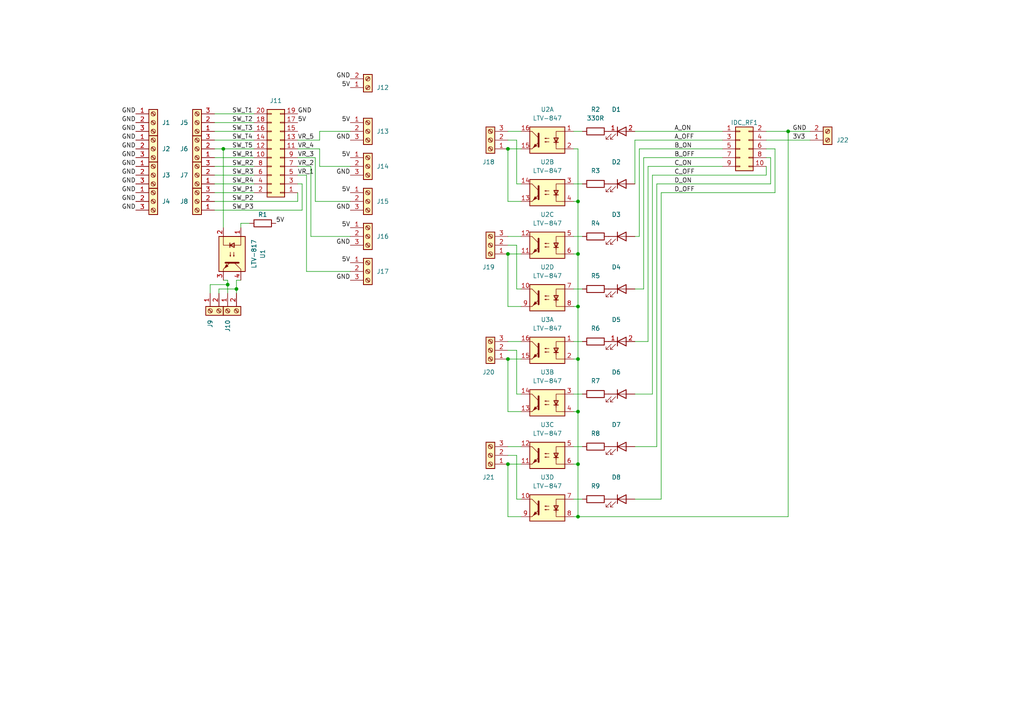
<source format=kicad_sch>
(kicad_sch (version 20230121) (generator eeschema)
  (paper "A4")
  (lib_symbols
    (symbol "Connector:Screw_Terminal_01x02" (pin_names (offset 1.016) hide)
      (property "Reference" "J" (at 0 2.54 0))
      (property "Value" "Screw_Terminal_01x02" (at 0 -5.08 0))
      (symbol "Screw_Terminal_01x02_1_1"
        (rectangle (start -1.27 1.27) (end 1.27 -3.81) (stroke (width 0.254)) (fill (type background)))
        (circle (center 0 -2.54) (radius 0.635) (stroke (width 0.1524)))
        (polyline (pts (xy -0.5334 -2.2098) (xy 0.3302 -3.048)) (stroke (width 0.1524)))
        (polyline (pts (xy -0.5334 0.3302) (xy 0.3302 -0.508)) (stroke (width 0.1524)))
        (polyline (pts (xy -0.3556 -2.032) (xy 0.508 -2.8702)) (stroke (width 0.1524)))
        (polyline (pts (xy -0.3556 0.508) (xy 0.508 -0.3302)) (stroke (width 0.1524)))
        (circle (center 0 0) (radius 0.635) (stroke (width 0.1524)))
        (pin passive line (at -5.08 0 0) (length 3.81) (name "Pin_1") (number "1"))
        (pin passive line (at -5.08 -2.54 0) (length 3.81) (name "Pin_2") (number "2"))
      )
    )
    (symbol "Connector:Screw_Terminal_01x03" (pin_names (offset 1.016) hide)
      (property "Reference" "J" (at 0 5.08 0))
      (property "Value" "Screw_Terminal_01x03" (at 0 -5.08 0))
      (symbol "Screw_Terminal_01x03_1_1"
        (rectangle (start -1.27 3.81) (end 1.27 -3.81) (stroke (width 0.254)) (fill (type background)))
        (circle (center 0 -2.54) (radius 0.635) (stroke (width 0.1524)))
        (polyline (pts (xy -0.5334 -2.2098) (xy 0.3302 -3.048)) (stroke (width 0.1524)))
        (polyline (pts (xy -0.5334 0.3302) (xy 0.3302 -0.508)) (stroke (width 0.1524)))
        (polyline (pts (xy -0.5334 2.8702) (xy 0.3302 2.032)) (stroke (width 0.1524)))
        (polyline (pts (xy -0.3556 -2.032) (xy 0.508 -2.8702)) (stroke (width 0.1524)))
        (polyline (pts (xy -0.3556 0.508) (xy 0.508 -0.3302)) (stroke (width 0.1524)))
        (polyline (pts (xy -0.3556 3.048) (xy 0.508 2.2098)) (stroke (width 0.1524)))
        (circle (center 0 0) (radius 0.635) (stroke (width 0.1524)))
        (circle (center 0 2.54) (radius 0.635) (stroke (width 0.1524)))
        (pin passive line (at -5.08 2.54 0) (length 3.81) (name "Pin_1") (number "1"))
        (pin passive line (at -5.08 0 0) (length 3.81) (name "Pin_2") (number "2"))
        (pin passive line (at -5.08 -2.54 0) (length 3.81) (name "Pin_3") (number "3"))
      )
    )
    (symbol "Connector_Generic:Conn_02x05_Odd_Even" (pin_names (offset 1.016) hide)
      (property "Reference" "J" (at 1.27 7.62 0))
      (property "Value" "Conn_02x05_Odd_Even" (at 1.27 -7.62 0))
      (symbol "Conn_02x05_Odd_Even_1_1"
        (rectangle (start -1.27 -4.953) (end 0 -5.207) (stroke (width 0.1524)))
        (rectangle (start -1.27 -2.413) (end 0 -2.667) (stroke (width 0.1524)))
        (rectangle (start -1.27 0.127) (end 0 -0.127) (stroke (width 0.1524)))
        (rectangle (start -1.27 2.667) (end 0 2.413) (stroke (width 0.1524)))
        (rectangle (start -1.27 5.207) (end 0 4.953) (stroke (width 0.1524)))
        (rectangle (start -1.27 6.35) (end 3.81 -6.35) (stroke (width 0.254)) (fill (type background)))
        (rectangle (start 3.81 -4.953) (end 2.54 -5.207) (stroke (width 0.1524)))
        (rectangle (start 3.81 -2.413) (end 2.54 -2.667) (stroke (width 0.1524)))
        (rectangle (start 3.81 0.127) (end 2.54 -0.127) (stroke (width 0.1524)))
        (rectangle (start 3.81 2.667) (end 2.54 2.413) (stroke (width 0.1524)))
        (rectangle (start 3.81 5.207) (end 2.54 4.953) (stroke (width 0.1524)))
        (pin passive line (at -5.08 5.08 0) (length 3.81) (name "Pin_1") (number "1"))
        (pin passive line (at 7.62 -5.08 180) (length 3.81) (name "Pin_10") (number "10"))
        (pin passive line (at 7.62 5.08 180) (length 3.81) (name "Pin_2") (number "2"))
        (pin passive line (at -5.08 2.54 0) (length 3.81) (name "Pin_3") (number "3"))
        (pin passive line (at 7.62 2.54 180) (length 3.81) (name "Pin_4") (number "4"))
        (pin passive line (at -5.08 0 0) (length 3.81) (name "Pin_5") (number "5"))
        (pin passive line (at 7.62 0 180) (length 3.81) (name "Pin_6") (number "6"))
        (pin passive line (at -5.08 -2.54 0) (length 3.81) (name "Pin_7") (number "7"))
        (pin passive line (at 7.62 -2.54 180) (length 3.81) (name "Pin_8") (number "8"))
        (pin passive line (at -5.08 -5.08 0) (length 3.81) (name "Pin_9") (number "9"))
      )
    )
    (symbol "Connector_Generic:Conn_02x10_Odd_Even" (pin_names (offset 1.016) hide)
      (property "Reference" "J" (at 1.27 12.7 0))
      (property "Value" "Conn_02x10_Odd_Even" (at 1.27 -15.24 0))
      (symbol "Conn_02x10_Odd_Even_1_1"
        (rectangle (start -1.27 -12.573) (end 0 -12.827) (stroke (width 0.1524)))
        (rectangle (start -1.27 -10.033) (end 0 -10.287) (stroke (width 0.1524)))
        (rectangle (start -1.27 -7.493) (end 0 -7.747) (stroke (width 0.1524)))
        (rectangle (start -1.27 -4.953) (end 0 -5.207) (stroke (width 0.1524)))
        (rectangle (start -1.27 -2.413) (end 0 -2.667) (stroke (width 0.1524)))
        (rectangle (start -1.27 0.127) (end 0 -0.127) (stroke (width 0.1524)))
        (rectangle (start -1.27 2.667) (end 0 2.413) (stroke (width 0.1524)))
        (rectangle (start -1.27 5.207) (end 0 4.953) (stroke (width 0.1524)))
        (rectangle (start -1.27 7.747) (end 0 7.493) (stroke (width 0.1524)))
        (rectangle (start -1.27 10.287) (end 0 10.033) (stroke (width 0.1524)))
        (rectangle (start -1.27 11.43) (end 3.81 -13.97) (stroke (width 0.254)) (fill (type background)))
        (rectangle (start 3.81 -12.573) (end 2.54 -12.827) (stroke (width 0.1524)))
        (rectangle (start 3.81 -10.033) (end 2.54 -10.287) (stroke (width 0.1524)))
        (rectangle (start 3.81 -7.493) (end 2.54 -7.747) (stroke (width 0.1524)))
        (rectangle (start 3.81 -4.953) (end 2.54 -5.207) (stroke (width 0.1524)))
        (rectangle (start 3.81 -2.413) (end 2.54 -2.667) (stroke (width 0.1524)))
        (rectangle (start 3.81 0.127) (end 2.54 -0.127) (stroke (width 0.1524)))
        (rectangle (start 3.81 2.667) (end 2.54 2.413) (stroke (width 0.1524)))
        (rectangle (start 3.81 5.207) (end 2.54 4.953) (stroke (width 0.1524)))
        (rectangle (start 3.81 7.747) (end 2.54 7.493) (stroke (width 0.1524)))
        (rectangle (start 3.81 10.287) (end 2.54 10.033) (stroke (width 0.1524)))
        (pin passive line (at -5.08 10.16 0) (length 3.81) (name "Pin_1") (number "1"))
        (pin passive line (at 7.62 0 180) (length 3.81) (name "Pin_10") (number "10"))
        (pin passive line (at -5.08 -2.54 0) (length 3.81) (name "Pin_11") (number "11"))
        (pin passive line (at 7.62 -2.54 180) (length 3.81) (name "Pin_12") (number "12"))
        (pin passive line (at -5.08 -5.08 0) (length 3.81) (name "Pin_13") (number "13"))
        (pin passive line (at 7.62 -5.08 180) (length 3.81) (name "Pin_14") (number "14"))
        (pin passive line (at -5.08 -7.62 0) (length 3.81) (name "Pin_15") (number "15"))
        (pin passive line (at 7.62 -7.62 180) (length 3.81) (name "Pin_16") (number "16"))
        (pin passive line (at -5.08 -10.16 0) (length 3.81) (name "Pin_17") (number "17"))
        (pin passive line (at 7.62 -10.16 180) (length 3.81) (name "Pin_18") (number "18"))
        (pin passive line (at -5.08 -12.7 0) (length 3.81) (name "Pin_19") (number "19"))
        (pin passive line (at 7.62 10.16 180) (length 3.81) (name "Pin_2") (number "2"))
        (pin passive line (at 7.62 -12.7 180) (length 3.81) (name "Pin_20") (number "20"))
        (pin passive line (at -5.08 7.62 0) (length 3.81) (name "Pin_3") (number "3"))
        (pin passive line (at 7.62 7.62 180) (length 3.81) (name "Pin_4") (number "4"))
        (pin passive line (at -5.08 5.08 0) (length 3.81) (name "Pin_5") (number "5"))
        (pin passive line (at 7.62 5.08 180) (length 3.81) (name "Pin_6") (number "6"))
        (pin passive line (at -5.08 2.54 0) (length 3.81) (name "Pin_7") (number "7"))
        (pin passive line (at 7.62 2.54 180) (length 3.81) (name "Pin_8") (number "8"))
        (pin passive line (at -5.08 0 0) (length 3.81) (name "Pin_9") (number "9"))
      )
    )
    (symbol "Device:LED" (pin_numbers hide) (pin_names (offset 1.016) hide)
      (property "Reference" "D" (at 0 2.54 0))
      (property "Value" "LED" (at 0 -2.54 0))
      (symbol "LED_0_1"
        (polyline (pts (xy -1.27 -1.27) (xy -1.27 1.27)) (stroke (width 0.254)))
        (polyline (pts (xy -1.27 0) (xy 1.27 0)))
        (polyline (pts (xy 1.27 -1.27) (xy 1.27 1.27) (xy -1.27 0) (xy 1.27 -1.27)) (stroke (width 0.254)))
        (polyline (pts (xy -3.048 -0.762) (xy -4.572 -2.286) (xy -3.81 -2.286) (xy -4.572 -2.286) (xy -4.572 -1.524)))
        (polyline (pts (xy -1.778 -0.762) (xy -3.302 -2.286) (xy -2.54 -2.286) (xy -3.302 -2.286) (xy -3.302 -1.524)))
      )
      (symbol "LED_1_1"
        (pin passive line (at -3.81 0 0) (length 2.54) (name "K") (number "1"))
        (pin passive line (at 3.81 0 180) (length 2.54) (name "A") (number "2"))
      )
    )
    (symbol "Device:R" (pin_numbers hide) (pin_names (offset 0))
      (property "Reference" "R" (at 2.032 0 90))
      (property "Value" "R" (at 0 0 90))
      (symbol "R_0_1"
        (rectangle (start -1.016 -2.54) (end 1.016 2.54) (stroke (width 0.254)))
      )
      (symbol "R_1_1"
        (pin passive line (at 0 3.81 270) (length 1.27) (name "~") (number "1"))
        (pin passive line (at 0 -3.81 90) (length 1.27) (name "~") (number "2"))
      )
    )
    (symbol "Isolator:LTV-817" (pin_names (offset 1.016))
      (property "Reference" "U" (at -5.08 5.08 0))
      (property "Value" "LTV-817" (at 0 5.08 0))
      (symbol "LTV-817_0_1"
        (rectangle (start -5.08 3.81) (end 5.08 -3.81) (stroke (width 0.254)) (fill (type background)))
        (polyline (pts (xy -3.175 -0.635) (xy -1.905 -0.635)) (stroke (width 0.254)))
        (polyline (pts (xy 2.54 0.635) (xy 4.445 2.54)))
        (polyline (pts (xy 4.445 -2.54) (xy 2.54 -0.635)) (fill (type outline)))
        (polyline (pts (xy 4.445 -2.54) (xy 5.08 -2.54)))
        (polyline (pts (xy 4.445 2.54) (xy 5.08 2.54)))
        (polyline (pts (xy -5.08 2.54) (xy -2.54 2.54) (xy -2.54 -0.762)))
        (polyline (pts (xy -2.54 -0.635) (xy -2.54 -2.54) (xy -5.08 -2.54)))
        (polyline (pts (xy 2.54 1.905) (xy 2.54 -1.905) (xy 2.54 -1.905)) (stroke (width 0.508)))
        (polyline (pts (xy -2.54 -0.635) (xy -3.175 0.635) (xy -1.905 0.635) (xy -2.54 -0.635)) (stroke (width 0.254)))
        (polyline (pts (xy -0.508 -0.508) (xy 0.762 -0.508) (xy 0.381 -0.635) (xy 0.381 -0.381) (xy 0.762 -0.508)))
        (polyline (pts (xy -0.508 0.508) (xy 0.762 0.508) (xy 0.381 0.381) (xy 0.381 0.635) (xy 0.762 0.508)))
        (polyline (pts (xy 3.048 -1.651) (xy 3.556 -1.143) (xy 4.064 -2.159) (xy 3.048 -1.651) (xy 3.048 -1.651)) (fill (type outline)))
      )
      (symbol "LTV-817_1_1"
        (pin passive line (at -7.62 2.54 0) (length 2.54) (name "~") (number "1"))
        (pin passive line (at -7.62 -2.54 0) (length 2.54) (name "~") (number "2"))
        (pin passive line (at 7.62 -2.54 180) (length 2.54) (name "~") (number "3"))
        (pin passive line (at 7.62 2.54 180) (length 2.54) (name "~") (number "4"))
      )
    )
    (symbol "Isolator:LTV-847" (pin_names (offset 1.016))
      (property "Reference" "U" (at -5.08 5.08 0))
      (property "Value" "LTV-847" (at 0 5.08 0))
      (symbol "LTV-847_0_1"
        (rectangle (start -5.08 3.81) (end 5.08 -3.81) (stroke (width 0.254)) (fill (type background)))
        (polyline (pts (xy -3.175 -0.635) (xy -1.905 -0.635)) (stroke (width 0.254)))
        (polyline (pts (xy 2.54 0.635) (xy 4.445 2.54)))
        (polyline (pts (xy 4.445 -2.54) (xy 2.54 -0.635)) (fill (type outline)))
        (polyline (pts (xy 4.445 -2.54) (xy 5.08 -2.54)))
        (polyline (pts (xy 4.445 2.54) (xy 5.08 2.54)))
        (polyline (pts (xy -2.54 -0.635) (xy -2.54 -2.54) (xy -5.08 -2.54)))
        (polyline (pts (xy 2.54 1.905) (xy 2.54 -1.905) (xy 2.54 -1.905)) (stroke (width 0.508)))
        (polyline (pts (xy -5.08 2.54) (xy -2.54 2.54) (xy -2.54 -1.27) (xy -2.54 0.635)))
        (polyline (pts (xy -2.54 -0.635) (xy -3.175 0.635) (xy -1.905 0.635) (xy -2.54 -0.635)) (stroke (width 0.254)))
        (polyline (pts (xy -0.508 -0.508) (xy 0.762 -0.508) (xy 0.381 -0.635) (xy 0.381 -0.381) (xy 0.762 -0.508)))
        (polyline (pts (xy -0.508 0.508) (xy 0.762 0.508) (xy 0.381 0.381) (xy 0.381 0.635) (xy 0.762 0.508)))
        (polyline (pts (xy 3.048 -1.651) (xy 3.556 -1.143) (xy 4.064 -2.159) (xy 3.048 -1.651) (xy 3.048 -1.651)) (fill (type outline)))
      )
      (symbol "LTV-847_1_1"
        (pin passive line (at -7.62 2.54 0) (length 2.54) (name "~") (number "1"))
        (pin passive line (at 7.62 -2.54 180) (length 2.54) (name "~") (number "15"))
        (pin passive line (at 7.62 2.54 180) (length 2.54) (name "~") (number "16"))
        (pin passive line (at -7.62 -2.54 0) (length 2.54) (name "~") (number "2"))
      )
      (symbol "LTV-847_2_1"
        (pin passive line (at 7.62 -2.54 180) (length 2.54) (name "~") (number "13"))
        (pin passive line (at 7.62 2.54 180) (length 2.54) (name "~") (number "14"))
        (pin passive line (at -7.62 2.54 0) (length 2.54) (name "~") (number "3"))
        (pin passive line (at -7.62 -2.54 0) (length 2.54) (name "~") (number "4"))
      )
      (symbol "LTV-847_3_1"
        (pin passive line (at 7.62 -2.54 180) (length 2.54) (name "~") (number "11"))
        (pin passive line (at 7.62 2.54 180) (length 2.54) (name "~") (number "12"))
        (pin passive line (at -7.62 2.54 0) (length 2.54) (name "~") (number "5"))
        (pin passive line (at -7.62 -2.54 0) (length 2.54) (name "~") (number "6"))
      )
      (symbol "LTV-847_4_1"
        (pin passive line (at 7.62 2.54 180) (length 2.54) (name "~") (number "10"))
        (pin passive line (at -7.62 2.54 0) (length 2.54) (name "~") (number "7"))
        (pin passive line (at -7.62 -2.54 0) (length 2.54) (name "~") (number "8"))
        (pin passive line (at 7.62 -2.54 180) (length 2.54) (name "~") (number "9"))
      )
    )
    (symbol "LED_1" (pin_names (offset 1.016) hide)
      (property "Reference" "D" (at 0 2.54 0))
      (property "Value" "LED_1" (at 0 -2.54 0))
      (symbol "LED_1_0_1"
        (polyline (pts (xy -1.27 -1.27) (xy -1.27 1.27)) (stroke (width 0.254)))
        (polyline (pts (xy -1.27 0) (xy 1.27 0)))
        (polyline (pts (xy 1.27 -1.27) (xy 1.27 1.27) (xy -1.27 0) (xy 1.27 -1.27)) (stroke (width 0.254)))
        (polyline (pts (xy -3.048 -0.762) (xy -4.572 -2.286) (xy -3.81 -2.286) (xy -4.572 -2.286) (xy -4.572 -1.524)))
        (polyline (pts (xy -1.778 -0.762) (xy -3.302 -2.286) (xy -2.54 -2.286) (xy -3.302 -2.286) (xy -3.302 -1.524)))
      )
      (symbol "LED_1_1_1"
        (pin passive line (at -3.81 0 0) (length 2.54) (name "K") (number "1"))
        (pin passive line (at 3.81 0 180) (length 2.54) (name "A") (number "2"))
      )
    )
    (symbol "LED_2" (pin_names (offset 1.016) hide)
      (property "Reference" "D" (at 0 2.54 0))
      (property "Value" "LED_2" (at 0 -2.54 0))
      (symbol "LED_2_0_1"
        (polyline (pts (xy -1.27 -1.27) (xy -1.27 1.27)) (stroke (width 0.254)))
        (polyline (pts (xy -1.27 0) (xy 1.27 0)))
        (polyline (pts (xy 1.27 -1.27) (xy 1.27 1.27) (xy -1.27 0) (xy 1.27 -1.27)) (stroke (width 0.254)))
        (polyline (pts (xy -3.048 -0.762) (xy -4.572 -2.286) (xy -3.81 -2.286) (xy -4.572 -2.286) (xy -4.572 -1.524)))
        (polyline (pts (xy -1.778 -0.762) (xy -3.302 -2.286) (xy -2.54 -2.286) (xy -3.302 -2.286) (xy -3.302 -1.524)))
      )
      (symbol "LED_2_1_1"
        (pin passive line (at -3.81 0 0) (length 2.54) (name "K") (number "1"))
        (pin passive line (at 3.81 0 180) (length 2.54) (name "A") (number "2"))
      )
    )
  )
  (junction (at 147.32 134.62))
  (junction (at 167.64 88.9))
  (junction (at 167.64 134.62))
  (junction (at 66.04 82.55))
  (junction (at 147.32 104.14))
  (junction (at 64.77 43.18))
  (junction (at 167.64 58.42))
  (junction (at 147.32 43.18))
  (junction (at 228.6 38.1))
  (junction (at 167.64 104.14))
  (junction (at 147.32 73.66))
  (junction (at 68.58 83.82))
  (junction (at 167.64 149.86))
  (junction (at 167.64 73.66))
  (junction (at 167.64 119.38))
  (wire (pts (xy 62.23 33.02) (xy 73.66 33.02)))
  (wire (pts (xy 190.5 53.34) (xy 190.5 129.54)))
  (wire (pts (xy 224.79 55.88) (xy 224.79 43.18)))
  (wire (pts (xy 62.23 60.96) (xy 87.63 60.96)))
  (wire (pts (xy 166.37 104.14) (xy 167.64 104.14)))
  (wire (pts (xy 147.32 38.1) (xy 151.13 38.1)))
  (wire (pts (xy 69.85 64.77) (xy 72.39 64.77)))
  (wire (pts (xy 186.69 45.72) (xy 209.55 45.72)))
  (wire (pts (xy 228.6 149.86) (xy 228.6 38.1)))
  (wire (pts (xy 62.23 53.34) (xy 73.66 53.34)))
  (wire (pts (xy 147.32 119.38) (xy 151.13 119.38)))
  (wire (pts (xy 168.91 83.82) (xy 166.37 83.82)))
  (wire (pts (xy 167.64 73.66) (xy 167.64 88.9)))
  (wire (pts (xy 167.64 134.62) (xy 167.64 149.86)))
  (wire (pts (xy 189.23 50.8) (xy 222.25 50.8)))
  (wire (pts (xy 88.9 78.74) (xy 88.9 50.8)))
  (wire (pts (xy 223.52 53.34) (xy 223.52 45.72)))
  (wire (pts (xy 166.37 88.9) (xy 167.64 88.9)))
  (wire (pts (xy 149.86 144.78) (xy 149.86 132.08)))
  (wire (pts (xy 166.37 58.42) (xy 167.64 58.42)))
  (wire (pts (xy 147.32 134.62) (xy 151.13 134.62)))
  (wire (pts (xy 147.32 43.18) (xy 147.32 58.42)))
  (wire (pts (xy 167.64 43.18) (xy 167.64 58.42)))
  (wire (pts (xy 68.58 83.82) (xy 68.58 85.09)))
  (wire (pts (xy 62.23 35.56) (xy 73.66 35.56)))
  (wire (pts (xy 167.64 88.9) (xy 167.64 104.14)))
  (wire (pts (xy 186.69 83.82) (xy 186.69 45.72)))
  (wire (pts (xy 151.13 53.34) (xy 149.86 53.34)))
  (wire (pts (xy 147.32 88.9) (xy 151.13 88.9)))
  (wire (pts (xy 147.32 43.18) (xy 151.13 43.18)))
  (wire (pts (xy 90.17 48.26) (xy 86.36 48.26)))
  (wire (pts (xy 185.42 43.18) (xy 209.55 43.18)))
  (wire (pts (xy 151.13 144.78) (xy 149.86 144.78)))
  (wire (pts (xy 62.23 38.1) (xy 73.66 38.1)))
  (wire (pts (xy 62.23 43.18) (xy 64.77 43.18)))
  (wire (pts (xy 222.25 40.64) (xy 234.95 40.64)))
  (wire (pts (xy 68.58 81.28) (xy 69.85 81.28)))
  (wire (pts (xy 91.44 58.42) (xy 91.44 45.72)))
  (wire (pts (xy 166.37 149.86) (xy 167.64 149.86)))
  (wire (pts (xy 63.5 83.82) (xy 68.58 83.82)))
  (wire (pts (xy 60.96 82.55) (xy 66.04 82.55)))
  (wire (pts (xy 92.71 40.64) (xy 86.36 40.64)))
  (wire (pts (xy 66.04 81.28) (xy 66.04 82.55)))
  (wire (pts (xy 62.23 48.26) (xy 73.66 48.26)))
  (wire (pts (xy 187.96 48.26) (xy 187.96 99.06)))
  (wire (pts (xy 191.77 55.88) (xy 224.79 55.88)))
  (wire (pts (xy 166.37 73.66) (xy 167.64 73.66)))
  (wire (pts (xy 189.23 114.3) (xy 189.23 50.8)))
  (wire (pts (xy 151.13 149.86) (xy 147.32 149.86)))
  (wire (pts (xy 168.91 114.3) (xy 166.37 114.3)))
  (wire (pts (xy 167.64 119.38) (xy 167.64 134.62)))
  (wire (pts (xy 168.91 38.1) (xy 166.37 38.1)))
  (wire (pts (xy 101.6 78.74) (xy 88.9 78.74)))
  (wire (pts (xy 184.15 38.1) (xy 209.55 38.1)))
  (wire (pts (xy 191.77 55.88) (xy 191.77 144.78)))
  (wire (pts (xy 147.32 101.6) (xy 149.86 101.6)))
  (wire (pts (xy 66.04 81.28) (xy 64.77 81.28)))
  (wire (pts (xy 62.23 40.64) (xy 73.66 40.64)))
  (wire (pts (xy 189.23 114.3) (xy 184.15 114.3)))
  (wire (pts (xy 184.15 83.82) (xy 186.69 83.82)))
  (wire (pts (xy 90.17 68.58) (xy 90.17 48.26)))
  (wire (pts (xy 64.77 43.18) (xy 73.66 43.18)))
  (wire (pts (xy 228.6 38.1) (xy 234.95 38.1)))
  (wire (pts (xy 62.23 58.42) (xy 86.36 58.42)))
  (wire (pts (xy 92.71 43.18) (xy 86.36 43.18)))
  (wire (pts (xy 147.32 99.06) (xy 151.13 99.06)))
  (wire (pts (xy 92.71 38.1) (xy 92.71 40.64)))
  (wire (pts (xy 190.5 129.54) (xy 184.15 129.54)))
  (wire (pts (xy 222.25 38.1) (xy 228.6 38.1)))
  (wire (pts (xy 101.6 58.42) (xy 91.44 58.42)))
  (wire (pts (xy 168.91 99.06) (xy 166.37 99.06)))
  (wire (pts (xy 62.23 45.72) (xy 73.66 45.72)))
  (wire (pts (xy 187.96 99.06) (xy 184.15 99.06)))
  (wire (pts (xy 168.91 68.58) (xy 166.37 68.58)))
  (wire (pts (xy 185.42 43.18) (xy 185.42 68.58)))
  (wire (pts (xy 149.86 53.34) (xy 149.86 40.64)))
  (wire (pts (xy 167.64 104.14) (xy 167.64 119.38)))
  (wire (pts (xy 91.44 45.72) (xy 86.36 45.72)))
  (wire (pts (xy 223.52 45.72) (xy 222.25 45.72)))
  (wire (pts (xy 166.37 43.18) (xy 167.64 43.18)))
  (wire (pts (xy 151.13 83.82) (xy 149.86 83.82)))
  (wire (pts (xy 66.04 82.55) (xy 66.04 85.09)))
  (wire (pts (xy 147.32 68.58) (xy 151.13 68.58)))
  (wire (pts (xy 187.96 48.26) (xy 209.55 48.26)))
  (wire (pts (xy 147.32 71.12) (xy 149.86 71.12)))
  (wire (pts (xy 64.77 43.18) (xy 64.77 66.04)))
  (wire (pts (xy 63.5 83.82) (xy 63.5 85.09)))
  (wire (pts (xy 168.91 144.78) (xy 166.37 144.78)))
  (wire (pts (xy 184.15 40.64) (xy 184.15 53.34)))
  (wire (pts (xy 62.23 55.88) (xy 73.66 55.88)))
  (wire (pts (xy 147.32 129.54) (xy 151.13 129.54)))
  (wire (pts (xy 167.64 58.42) (xy 167.64 73.66)))
  (wire (pts (xy 224.79 43.18) (xy 222.25 43.18)))
  (wire (pts (xy 147.32 73.66) (xy 147.32 88.9)))
  (wire (pts (xy 60.96 85.09) (xy 60.96 82.55)))
  (wire (pts (xy 147.32 134.62) (xy 147.32 149.86)))
  (wire (pts (xy 92.71 48.26) (xy 92.71 43.18)))
  (wire (pts (xy 147.32 104.14) (xy 151.13 104.14)))
  (wire (pts (xy 167.64 149.86) (xy 228.6 149.86)))
  (wire (pts (xy 101.6 38.1) (xy 92.71 38.1)))
  (wire (pts (xy 168.91 53.34) (xy 166.37 53.34)))
  (wire (pts (xy 147.32 73.66) (xy 151.13 73.66)))
  (wire (pts (xy 149.86 71.12) (xy 149.86 83.82)))
  (wire (pts (xy 87.63 53.34) (xy 87.63 60.96)))
  (wire (pts (xy 151.13 114.3) (xy 149.86 114.3)))
  (wire (pts (xy 184.15 144.78) (xy 191.77 144.78)))
  (wire (pts (xy 147.32 58.42) (xy 151.13 58.42)))
  (wire (pts (xy 166.37 119.38) (xy 167.64 119.38)))
  (wire (pts (xy 69.85 64.77) (xy 69.85 66.04)))
  (wire (pts (xy 168.91 129.54) (xy 166.37 129.54)))
  (wire (pts (xy 88.9 50.8) (xy 86.36 50.8)))
  (wire (pts (xy 101.6 68.58) (xy 90.17 68.58)))
  (wire (pts (xy 86.36 53.34) (xy 87.63 53.34)))
  (wire (pts (xy 184.15 40.64) (xy 209.55 40.64)))
  (wire (pts (xy 222.25 50.8) (xy 222.25 48.26)))
  (wire (pts (xy 147.32 132.08) (xy 149.86 132.08)))
  (wire (pts (xy 149.86 101.6) (xy 149.86 114.3)))
  (wire (pts (xy 147.32 104.14) (xy 147.32 119.38)))
  (wire (pts (xy 147.32 40.64) (xy 149.86 40.64)))
  (wire (pts (xy 86.36 58.42) (xy 86.36 55.88)))
  (wire (pts (xy 101.6 48.26) (xy 92.71 48.26)))
  (wire (pts (xy 184.15 68.58) (xy 185.42 68.58)))
  (wire (pts (xy 190.5 53.34) (xy 223.52 53.34)))
  (wire (pts (xy 62.23 50.8) (xy 73.66 50.8)))
  (wire (pts (xy 166.37 134.62) (xy 167.64 134.62)))
  (wire (pts (xy 68.58 81.28) (xy 68.58 83.82)))
  (label "VR_1" (at 86.36 50.8 0))
  (label "GND" (at 39.37 48.26 180))
  (label "5V" (at 101.6 35.56 180))
  (label "GND" (at 86.36 33.02 0))
  (label "GND" (at 39.37 50.8 180))
  (label "VR_4" (at 86.36 43.18 0))
  (label "SW_T5" (at 67.31 43.18 0))
  (label "SW_P1" (at 67.31 55.88 0))
  (label "SW_T4" (at 67.31 40.64 0))
  (label "5V" (at 101.6 76.2 180))
  (label "SW_R4" (at 67.31 53.34 0))
  (label "D_OFF" (at 195.58 55.88 0))
  (label "3V3" (at 229.87 40.64 0))
  (label "GND" (at 101.6 60.96 180))
  (label "B_ON" (at 195.58 43.18 0))
  (label "5V" (at 101.6 55.88 180))
  (label "5V" (at 101.6 45.72 180))
  (label "5V" (at 86.36 35.56 0))
  (label "C_OFF" (at 195.58 50.8 0))
  (label "VR_3" (at 86.36 45.72 0))
  (label "SW_T1" (at 67.31 33.02 0))
  (label "SW_R1" (at 67.31 45.72 0))
  (label "GND" (at 39.37 60.96 180))
  (label "SW_P3" (at 67.31 60.96 0))
  (label "GND" (at 39.37 33.02 180))
  (label "GND" (at 101.6 40.64 180))
  (label "GND" (at 39.37 38.1 180))
  (label "SW_T2" (at 67.31 35.56 0))
  (label "GND" (at 229.87 38.1 0))
  (label "GND" (at 39.37 40.64 180))
  (label "B_OFF" (at 195.58 45.72 0))
  (label "5V" (at 101.6 66.04 180))
  (label "GND" (at 39.37 58.42 180))
  (label "GND" (at 39.37 55.88 180))
  (label "SW_T3" (at 67.31 38.1 0))
  (label "GND" (at 39.37 43.18 180))
  (label "GND" (at 101.6 81.28 180))
  (label "VR_2" (at 86.36 48.26 0))
  (label "A_OFF" (at 195.58 40.64 0))
  (label "GND" (at 101.6 22.86 180))
  (label "GND" (at 101.6 71.12 180))
  (label "5V" (at 80.01 64.77 0))
  (label "5V" (at 101.6 25.4 180))
  (label "GND" (at 39.37 53.34 180))
  (label "C_ON" (at 195.58 48.26 0))
  (label "SW_R3" (at 67.31 50.8 0))
  (label "SW_R2" (at 67.31 48.26 0))
  (label "VR_5" (at 86.36 40.64 0))
  (label "SW_P2" (at 67.31 58.42 0))
  (label "GND" (at 39.37 45.72 180))
  (label "D_ON" (at 195.58 53.34 0))
  (label "GND" (at 39.37 35.56 180))
  (label "GND" (at 101.6 50.8 180))
  (label "A_ON" (at 195.58 38.1 0))
  (symbol (lib_id "Connector_Generic:Conn_02x05_Odd_Even") (at 214.63 43.18 0) (unit 1)
    (property "Reference" "IDC_RF1" (at 215.9 35.56 0))
    (property "Value" "IDC_SW" (effects hide))
    (property "Footprint" "Connector_IDC:IDC-Header_2x05_P2.54mm_Vertical" (effects hide))
  )
  (symbol (lib_id "Device:LED") (at 180.34 83.82 0) (unit 1)
    (property "Reference" "D4" (at 178.7525 77.47 0))
    (property "Value" "LED" (effects hide))
    (property "Footprint" "LED_THT:LED_D3.0mm" (effects hide))
  )
  (symbol (lib_id "Connector:Screw_Terminal_01x03") (at 57.15 58.42 180) (unit 1)
    (property "Reference" "J8" (at 54.61 58.42 0) (effects (justify left)))
    (property "Value" "Screw_Terminal_01x03" (effects hide))
    (property "Footprint" "TerminalBlock:TerminalBlock_bornier-3_P5.08mm" (effects hide))
  )
  (symbol (lib_id "Connector:Screw_Terminal_01x03") (at 57.15 35.56 180) (unit 1)
    (property "Reference" "J5" (at 54.61 35.56 0) (effects (justify left)))
    (property "Value" "Screw_Terminal_01x03" (effects hide))
    (property "Footprint" "TerminalBlock:TerminalBlock_bornier-3_P5.08mm" (effects hide))
  )
  (symbol (lib_id "Device:LED") (at 180.34 68.58 0) (unit 1)
    (property "Reference" "D3" (at 178.7525 62.23 0))
    (property "Value" "LED" (effects hide))
    (property "Footprint" "LED_THT:LED_D3.0mm" (effects hide))
  )
  (symbol (lib_id "Device:R") (at 172.72 129.54 90) (unit 1)
    (property "Reference" "R8" (at 172.72 125.73 90))
    (property "Value" "330R" (effects hide))
    (property "Footprint" "Resistor_THT:R_Axial_DIN0204_L3.6mm_D1.6mm_P5.08mm_Horizontal" (effects hide))
  )
  (symbol (lib_id "Connector:Screw_Terminal_01x03") (at 57.15 43.18 180) (unit 1)
    (property "Reference" "J6" (at 54.61 43.18 0) (effects (justify left)))
    (property "Value" "Screw_Terminal_01x03" (effects hide))
    (property "Footprint" "TerminalBlock:TerminalBlock_bornier-3_P5.08mm" (effects hide))
  )
  (symbol (lib_id "Isolator:LTV-847") (at 158.75 40.64 0) (mirror y) (unit 1)
    (property "Reference" "U2" (at 158.75 31.75 0))
    (property "Value" "LTV-847" (at 158.75 34.29 0))
    (property "Footprint" "Package_DIP:DIP-16_W7.62mm" (effects hide))
    (property "Datasheet" "http://optoelectronics.liteon.com/upload/download/DS-70-96-0016/LTV-8X7%20series.PDF" (effects hide))
  )
  (symbol (lib_id "Device:R") (at 76.2 64.77 90) (unit 1)
    (property "Reference" "R1" (at 76.2 62.23 90))
    (property "Value" "330R" (effects hide))
    (property "Footprint" "Resistor_THT:R_Axial_DIN0204_L3.6mm_D1.6mm_P5.08mm_Horizontal" (effects hide))
  )
  (symbol (lib_id "Connector:Screw_Terminal_01x03") (at 142.24 71.12 180) (unit 1)
    (property "Reference" "J19" (at 143.51 77.47 0) (effects (justify left)))
    (property "Value" "Screw_Terminal_01x03" (effects hide))
    (property "Footprint" "TerminalBlock:TerminalBlock_bornier-3_P5.08mm" (effects hide))
  )
  (symbol (lib_id "Device:R") (at 172.72 99.06 90) (unit 1)
    (property "Reference" "R6" (at 172.72 95.25 90))
    (property "Value" "330R" (effects hide))
    (property "Footprint" "Resistor_THT:R_Axial_DIN0204_L3.6mm_D1.6mm_P5.08mm_Horizontal" (effects hide))
  )
  (symbol (lib_id "Isolator:LTV-847") (at 158.75 55.88 0) (mirror y) (unit 2)
    (property "Reference" "U2" (at 158.75 46.99 0))
    (property "Value" "LTV-847" (at 158.75 49.53 0))
    (property "Footprint" "Package_DIP:DIP-16_W7.62mm" (effects hide))
    (property "Datasheet" "http://optoelectronics.liteon.com/upload/download/DS-70-96-0016/LTV-8X7%20series.PDF" (effects hide))
  )
  (symbol (lib_id "Connector:Screw_Terminal_01x03") (at 44.45 50.8 0) (unit 1)
    (property "Reference" "J3" (at 46.99 50.8 0) (effects (justify left)))
    (property "Value" "Screw_Terminal_01x03" (effects hide))
    (property "Footprint" "TerminalBlock:TerminalBlock_bornier-3_P5.08mm" (effects hide))
  )
  (symbol (lib_id "Connector:Screw_Terminal_01x03") (at 44.45 43.18 0) (unit 1)
    (property "Reference" "J2" (at 46.99 43.18 0) (effects (justify left)))
    (property "Value" "Screw_Terminal_01x03" (effects hide))
    (property "Footprint" "TerminalBlock:TerminalBlock_bornier-3_P5.08mm" (effects hide))
  )
  (symbol (lib_id "Connector:Screw_Terminal_01x03") (at 106.68 58.42 0) (unit 1)
    (property "Reference" "J15" (at 109.22 58.42 0) (effects (justify left)))
    (property "Value" "Screw_Terminal_01x03" (effects hide))
    (property "Footprint" "TerminalBlock:TerminalBlock_bornier-3_P5.08mm" (effects hide))
  )
  (symbol (lib_id "Connector:Screw_Terminal_01x03") (at 142.24 132.08 180) (unit 1)
    (property "Reference" "J21" (at 143.51 138.43 0) (effects (justify left)))
    (property "Value" "Screw_Terminal_01x03" (effects hide))
    (property "Footprint" "TerminalBlock:TerminalBlock_bornier-3_P5.08mm" (effects hide))
  )
  (symbol (lib_id "Isolator:LTV-847") (at 158.75 116.84 0) (mirror y) (unit 2)
    (property "Reference" "U3" (at 158.75 107.95 0))
    (property "Value" "LTV-847" (at 158.75 110.49 0))
    (property "Footprint" "Package_DIP:DIP-16_W7.62mm" (effects hide))
    (property "Datasheet" "http://optoelectronics.liteon.com/upload/download/DS-70-96-0016/LTV-8X7%20series.PDF" (effects hide))
  )
  (symbol (lib_id "Device:LED") (at 180.34 144.78 0) (unit 1)
    (property "Reference" "D8" (at 178.7525 138.43 0))
    (property "Value" "LED" (effects hide))
    (property "Footprint" "LED_THT:LED_D3.0mm" (effects hide))
  )
  (symbol (lib_id "Connector:Screw_Terminal_01x02") (at 60.96 90.17 90) (mirror x) (unit 1)
    (property "Reference" "J9" (at 60.96 92.71 0) (effects (justify left)))
    (property "Value" "Screw_Terminal_01x02" (effects hide))
    (property "Footprint" "TerminalBlock:TerminalBlock_bornier-2_P5.08mm" (effects hide))
  )
  (symbol (lib_id "Connector:Screw_Terminal_01x03") (at 44.45 35.56 0) (unit 1)
    (property "Reference" "J1" (at 46.99 35.56 0) (effects (justify left)))
    (property "Value" "Screw_Terminal_01x03" (effects hide))
    (property "Footprint" "TerminalBlock:TerminalBlock_bornier-3_P5.08mm" (effects hide))
  )
  (symbol (lib_id "Isolator:LTV-847") (at 158.75 101.6 0) (mirror y) (unit 1)
    (property "Reference" "U3" (at 158.75 92.71 0))
    (property "Value" "LTV-847" (at 158.75 95.25 0))
    (property "Footprint" "Package_DIP:DIP-16_W7.62mm" (effects hide))
    (property "Datasheet" "http://optoelectronics.liteon.com/upload/download/DS-70-96-0016/LTV-8X7%20series.PDF" (effects hide))
  )
  (symbol (lib_id "Connector:Screw_Terminal_01x03") (at 44.45 58.42 0) (unit 1)
    (property "Reference" "J4" (at 46.99 58.42 0) (effects (justify left)))
    (property "Value" "Screw_Terminal_01x03" (effects hide))
    (property "Footprint" "TerminalBlock:TerminalBlock_bornier-3_P5.08mm" (effects hide))
  )
  (symbol (lib_id "Connector:Screw_Terminal_01x03") (at 57.15 50.8 180) (unit 1)
    (property "Reference" "J7" (at 54.61 50.8 0) (effects (justify left)))
    (property "Value" "Screw_Terminal_01x03" (effects hide))
    (property "Footprint" "TerminalBlock:TerminalBlock_bornier-3_P5.08mm" (effects hide))
  )
  (symbol (lib_id "Connector:Screw_Terminal_01x03") (at 142.24 40.64 180) (unit 1)
    (property "Reference" "J18" (at 143.51 46.99 0) (effects (justify left)))
    (property "Value" "Screw_Terminal_01x03" (effects hide))
    (property "Footprint" "TerminalBlock:TerminalBlock_bornier-3_P5.08mm" (effects hide))
  )
  (symbol (lib_id "Connector_Generic:Conn_02x10_Odd_Even") (at 81.28 45.72 180) (unit 1)
    (property "Reference" "J11" (at 80.01 29.21 0))
    (property "Value" "J_IDC_SW_IN" (effects hide))
    (property "Footprint" "Connector_IDC:IDC-Header_2x10_P2.54mm_Vertical" (effects hide))
  )
  (symbol (lib_id "Device:R") (at 172.72 144.78 90) (unit 1)
    (property "Reference" "R9" (at 172.72 140.97 90))
    (property "Value" "330R" (effects hide))
    (property "Footprint" "Resistor_THT:R_Axial_DIN0204_L3.6mm_D1.6mm_P5.08mm_Horizontal" (effects hide))
  )
  (symbol (lib_id "Connector:Screw_Terminal_01x03") (at 106.68 78.74 0) (unit 1)
    (property "Reference" "J17" (at 109.22 78.74 0) (effects (justify left)))
    (property "Value" "Screw_Terminal_01x03" (effects hide))
    (property "Footprint" "TerminalBlock:TerminalBlock_bornier-3_P5.08mm" (effects hide))
  )
  (symbol (lib_id "Connector:Screw_Terminal_01x03") (at 106.68 48.26 0) (unit 1)
    (property "Reference" "J14" (at 109.22 48.26 0) (effects (justify left)))
    (property "Value" "Screw_Terminal_01x03" (effects hide))
    (property "Footprint" "TerminalBlock:TerminalBlock_bornier-3_P5.08mm" (effects hide))
  )
  (symbol (lib_id "Device:R") (at 172.72 38.1 90) (unit 1)
    (property "Reference" "R2" (at 172.72 31.75 90))
    (property "Value" "330R" (at 172.72 34.29 90))
    (property "Footprint" "Resistor_THT:R_Axial_DIN0204_L3.6mm_D1.6mm_P5.08mm_Horizontal" (effects hide))
  )
  (symbol (lib_id "Device:R") (at 172.72 68.58 90) (unit 1)
    (property "Reference" "R4" (at 172.72 64.77 90))
    (property "Value" "330R" (effects hide))
    (property "Footprint" "Resistor_THT:R_Axial_DIN0204_L3.6mm_D1.6mm_P5.08mm_Horizontal" (effects hide))
  )
  (symbol (lib_id "Device:LED") (at 180.34 114.3 0) (unit 1)
    (property "Reference" "D6" (at 178.7525 107.95 0))
    (property "Value" "LED" (effects hide))
    (property "Footprint" "LED_THT:LED_D3.0mm" (effects hide))
  )
  (symbol (lib_id "Device:R") (at 172.72 53.34 90) (unit 1)
    (property "Reference" "R3" (at 172.72 49.53 90))
    (property "Value" "330R" (effects hide))
    (property "Footprint" "Resistor_THT:R_Axial_DIN0204_L3.6mm_D1.6mm_P5.08mm_Horizontal" (effects hide))
  )
  (symbol (lib_id "Connector:Screw_Terminal_01x02") (at 106.68 25.4 0) (mirror x) (unit 1)
    (property "Reference" "J12" (at 109.22 25.4001 0) (effects (justify left)))
    (property "Value" "Screw_Terminal_01x02" (effects hide))
    (property "Footprint" "TerminalBlock:TerminalBlock_bornier-2_P5.08mm" (effects hide))
  )
  (symbol (lib_id "Isolator:LTV-817") (at 67.31 73.66 270) (unit 1)
    (property "Reference" "U1" (at 76.2 73.66 0))
    (property "Value" "LTV-817" (at 73.66 73.66 0))
    (property "Footprint" "Package_DIP:DIP-4_W7.62mm" (effects hide))
    (property "Datasheet" "http://www.us.liteon.com/downloads/LTV-817-827-847.PDF" (effects hide))
  )
  (symbol (lib_id "Connector:Screw_Terminal_01x03") (at 142.24 101.6 180) (unit 1)
    (property "Reference" "J20" (at 143.51 107.95 0) (effects (justify left)))
    (property "Value" "Screw_Terminal_01x03" (effects hide))
    (property "Footprint" "TerminalBlock:TerminalBlock_bornier-3_P5.08mm" (effects hide))
  )
  (symbol (lib_id "Connector:Screw_Terminal_01x02") (at 66.04 90.17 90) (mirror x) (unit 1)
    (property "Reference" "J10" (at 66.04 92.71 0) (effects (justify left)))
    (property "Value" "Screw_Terminal_01x02" (effects hide))
    (property "Footprint" "TerminalBlock:TerminalBlock_bornier-2_P5.08mm" (effects hide))
  )
  (symbol (lib_id "Device:LED") (at 180.34 129.54 0) (unit 1)
    (property "Reference" "D7" (at 178.7525 123.19 0))
    (property "Value" "LED" (effects hide))
    (property "Footprint" "LED_THT:LED_D3.0mm" (effects hide))
  )
  (symbol (lib_id "Isolator:LTV-847") (at 158.75 132.08 0) (mirror y) (unit 3)
    (property "Reference" "U3" (at 158.75 123.19 0))
    (property "Value" "LTV-847" (at 158.75 125.73 0))
    (property "Footprint" "Package_DIP:DIP-16_W7.62mm" (effects hide))
    (property "Datasheet" "http://optoelectronics.liteon.com/upload/download/DS-70-96-0016/LTV-8X7%20series.PDF" (effects hide))
  )
  (symbol (lib_name "LED_1") (lib_id "Device:LED") (at 180.34 99.06 0) (unit 1)
    (property "Reference" "D5" (at 178.7525 92.71 0))
    (property "Value" "LED" (effects hide))
    (property "Footprint" "LED_THT:LED_D3.0mm" (effects hide))
  )
  (symbol (lib_id "Connector:Screw_Terminal_01x03") (at 106.68 68.58 0) (unit 1)
    (property "Reference" "J16" (at 109.22 68.58 0) (effects (justify left)))
    (property "Value" "Screw_Terminal_01x03" (effects hide))
    (property "Footprint" "TerminalBlock:TerminalBlock_bornier-3_P5.08mm" (effects hide))
  )
  (symbol (lib_id "Isolator:LTV-847") (at 158.75 71.12 0) (mirror y) (unit 3)
    (property "Reference" "U2" (at 158.75 62.23 0))
    (property "Value" "LTV-847" (at 158.75 64.77 0))
    (property "Footprint" "Package_DIP:DIP-16_W7.62mm" (effects hide))
    (property "Datasheet" "http://optoelectronics.liteon.com/upload/download/DS-70-96-0016/LTV-8X7%20series.PDF" (effects hide))
  )
  (symbol (lib_id "Device:LED") (at 180.34 53.34 0) (unit 1)
    (property "Reference" "D2" (at 178.7525 46.99 0))
    (property "Value" "LED" (effects hide))
    (property "Footprint" "LED_THT:LED_D3.0mm" (effects hide))
  )
  (symbol (lib_id "Isolator:LTV-847") (at 158.75 86.36 0) (mirror y) (unit 4)
    (property "Reference" "U2" (at 158.75 77.47 0))
    (property "Value" "LTV-847" (at 158.75 80.01 0))
    (property "Footprint" "Package_DIP:DIP-16_W7.62mm" (effects hide))
    (property "Datasheet" "http://optoelectronics.liteon.com/upload/download/DS-70-96-0016/LTV-8X7%20series.PDF" (effects hide))
  )
  (symbol (lib_id "Connector:Screw_Terminal_01x03") (at 106.68 38.1 0) (unit 1)
    (property "Reference" "J13" (at 109.22 38.1 0) (effects (justify left)))
    (property "Value" "Screw_Terminal_01x03" (effects hide))
    (property "Footprint" "TerminalBlock:TerminalBlock_bornier-3_P5.08mm" (effects hide))
  )
  (symbol (lib_id "Connector:Screw_Terminal_01x02") (at 240.03 40.64 0) (mirror x) (unit 1)
    (property "Reference" "J22" (at 242.57 40.6401 0) (effects (justify left)))
    (property "Value" "Screw_Terminal_01x02" (effects hide))
    (property "Footprint" "TerminalBlock:TerminalBlock_bornier-2_P5.08mm" (effects hide))
  )
  (symbol (lib_id "Device:R") (at 172.72 114.3 90) (unit 1)
    (property "Reference" "R7" (at 172.72 110.49 90))
    (property "Value" "330R" (effects hide))
    (property "Footprint" "Resistor_THT:R_Axial_DIN0204_L3.6mm_D1.6mm_P5.08mm_Horizontal" (effects hide))
  )
  (symbol (lib_id "Device:R") (at 172.72 83.82 90) (unit 1)
    (property "Reference" "R5" (at 172.72 80.01 90))
    (property "Value" "330R" (effects hide))
    (property "Footprint" "Resistor_THT:R_Axial_DIN0204_L3.6mm_D1.6mm_P5.08mm_Horizontal" (effects hide))
  )
  (symbol (lib_id "Isolator:LTV-847") (at 158.75 147.32 0) (mirror y) (unit 4)
    (property "Reference" "U3" (at 158.75 138.43 0))
    (property "Value" "LTV-847" (at 158.75 140.97 0))
    (property "Footprint" "Package_DIP:DIP-16_W7.62mm" (effects hide))
    (property "Datasheet" "http://optoelectronics.liteon.com/upload/download/DS-70-96-0016/LTV-8X7%20series.PDF" (effects hide))
  )
  (symbol (lib_name "LED_2") (lib_id "Device:LED") (at 180.34 38.1 0) (unit 1)
    (property "Reference" "D1" (at 178.7525 31.75 0))
    (property "Value" "LED" (effects hide))
    (property "Footprint" "LED_THT:LED_D3.0mm" (effects hide))
  )
)
</source>
